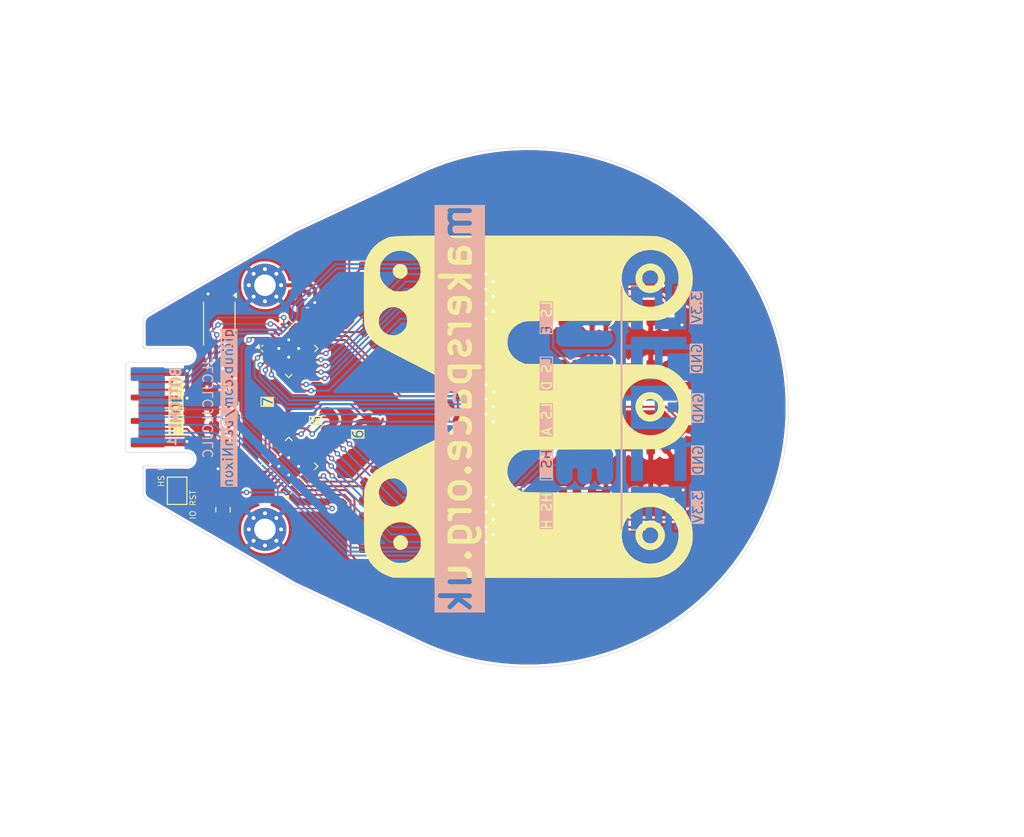
<source format=kicad_pcb>
(kicad_pcb (version 20240108) (generator "pcbnew") (generator_version "8.0")
  (layers (0 "F.Cu" signal) (31 "B.Cu" signal) (34 "B.Paste" user) (35 "F.Paste" user) (36 "B.SilkS" user "B.Silkscreen") (37 "F.SilkS" user "F.Silkscreen") (38 "B.Mask" user) (39 "F.Mask" user) (44 "Edge.Cuts" user))
  (net 0 "")
  (net 1 "GND")
  (net 2 "+3V3")
  (net 3 "/SDA")
  (net 4 "/SCL")
  (net 6 "/IO0_P0_2")
  (net 7 "/IO0_P1_6")
  (net 8 "/IO0_P1_5")
  (net 9 "/IO0_P0_6")
  (net 10 "/IO0_P1_1")
  (net 11 "/IO0_P1_4")
  (net 12 "/IO0_P0_7")
  (net 13 "/IO0_P0_5")
  (net 14 "/IO0_P1_7")
  (net 15 "/IO0_P1_2")
  (net 16 "/IO0_P0_3")
  (net 17 "/IO0_P1_3")
  (net 18 "/IO0_P0_4")
  (net 19 "/IO0_P0_0")
  (net 20 "/IO0_P1_0")
  (net 21 "/IO0_P0_1")
  (net 22 "/IO1_P0_6")
  (net 23 "/IO1_P1_5")
  (net 24 "/IO1_P0_0")
  (net 25 "/IO1_P0_4")
  (net 26 "/IO1_P1_0")
  (net 27 "/IO1_P1_3")
  (net 28 "/IO1_P0_3")
  (net 29 "/IO1_P1_2")
  (net 30 "/IO1_P0_7")
  (net 31 "/IO1_P0_5")
  (net 32 "/IO1_P0_2")
  (net 33 "/IO1_P1_6")
  (net 34 "/IO1_P0_1")
  (net 36 "/IO1_P1_1")
  (net 37 "/IO1_P1_7")
  (net 38 "/IO1_P1_4")
  (net 39 "/IO_RST")
  (net 40 "/HEX_LS_E")
  (net 41 "/HEX_HS_H")
  (net 42 "/HEX_LS_B")
  (net 43 "/HEX_HS_G")
  (net 44 "/HEX_LS_D")
  (net 45 "/HEX_HS_F")
  (net 46 "/HEX_LS_A")
  (net 47 "/HEX_HS_I")
  (net 48 "/HEX_LS_C")
  (footprint "hexpansion:LED_0603_1608Metric_NoSilkscreen" (layer "F.Cu") (at 128.9 96.2 -30)
    (property "Reference" "D2")
    (property "Value" "LED")
  )
  (footprint "makerspace-badge:duck-test-pad" (layer "F.Cu") (at 118.999 101.346 130)
    (property "Reference" "TP2" (hide yes))
    (property "Value" "TestPoint" (hide yes))
  )
  (footprint "Jumper:SolderJumper-2_P1.3mm_Open_TrianglePad1.0x1.5mm" (layer "F.Cu") (at 103.505 108.548 -90)
    (property "Reference" "JP1" (hide yes))
    (property "Value" "SolderJumper_2_Open")
  )
  (footprint "hexpansion:LED_0603_1608Metric_NoSilkscreen" (layer "F.Cu") (at 142.2875 82.5)
    (property "Reference" "D13")
    (property "Value" "LED")
  )
  (footprint "hexpansion:LED_0603_1608Metric_NoSilkscreen" (layer "F.Cu") (at 148.2125 108.8 180)
    (property "Reference" "D45")
    (property "Value" "LED")
  )
  (footprint "tildagon:hexpansion-edge-connector" (layer "F.Cu") (at 98.25 100)
    (property "Reference" "J1" (hide yes))
    (property "Value" "Hexpansion-Connector" (hide yes))
    (fp_line (start 0 4.4) (end 0 -4.4) (stroke (width 0.05)) (layer "Edge.Cuts"))
    (fp_line (start 6.25 -6) (end 2 -6) (stroke (width 0.05)) (layer "Edge.Cuts"))
    (fp_line (start 6.25 -4.6) (end 0.2 -4.6) (stroke (width 0.05)) (layer "Edge.Cuts"))
    (fp_line (start 6.25 4.6) (end 0.2 4.6) (stroke (width 0.05)) (layer "Edge.Cuts"))
    (fp_line (start 6.25 6) (end 2 6) (stroke (width 0.05)) (layer "Edge.Cuts"))
    (fp_arc (start 0 -4.4) (mid 0.058579 -4.541421) (end 0.2 -4.6) (stroke (width 0.05)) (layer "Edge.Cuts"))
    (fp_arc (start 0.2 4.6) (mid 0.058579 4.541421) (end 0 4.4) (stroke (width 0.05)) (layer "Edge.Cuts"))
    (fp_arc (start 6.25 -6) (mid 6.744975 -5.794975) (end 6.95 -5.3) (stroke (width 0.05)) (layer "Edge.Cuts"))
    (fp_arc (start 6.25 4.6) (mid 6.744975 4.805025) (end 6.95 5.3) (stroke (width 0.05)) (layer "Edge.Cuts"))
    (fp_arc (start 6.95 -5.3) (mid 6.744975 -4.805025) (end 6.25 -4.6) (stroke (width 0.05)) (layer "Edge.Cuts"))
    (fp_arc (start 6.95 5.3) (mid 6.744975 5.794975) (end 6.25 6) (stroke (width 0.05)) (layer "Edge.Cuts"))
  )
  (footprint "hexpansion:LED_0603_1608Metric_NoSilkscreen" (layer "F.Cu") (at 151.2125 91.2)
    (property "Reference" "D21")
    (property "Value" "LED")
  )
  (footprint "hexpansion:LED_0603_1608Metric_NoSilkscreen" (layer "F.Cu") (at 133.2875 117.5)
    (property "Reference" "D57")
    (property "Value" "LED")
  )
  (footprint "hexpansion:LED_0603_1608Metric_NoSilkscreen" (layer "F.Cu") (at 145.2125 95.6)
    (property "Reference" "D29")
    (property "Value" "LED")
  )
  (footprint "Package_DFN_QFN:QFN-24-1EP_4x4mm_P0.5mm_EP2.7x2.6mm" (layer "F.Cu") (at 114.935 106.045 135)
    (property "Reference" "U3" (hide yes))
    (property "Value" "AW9523B")
  )
  (footprint "makerspace-badge:duck-test-pad" (layer "F.Cu") (at 113.057447 100.865447 45)
    (property "Reference" "TP3" (hide yes))
    (property "Value" "TestPoint" (hide yes))
  )
  (footprint "makerspace-badge:m" (layer "F.Cu") (at 139.446 99.949 90)
    (property "Reference" "G***" (hide yes))
    (property "Value" "MS Logo" (hide yes))
  )
  (footprint "hexpansion:LED_0603_1608Metric_NoSilkscreen" (layer "F.Cu") (at 156.083 85.471 -70)
    (property "Reference" "D18")
    (property "Value" "LED")
  )
  (footprint "hexpansion:LED_0603_1608Metric_NoSilkscreen" (layer "F.Cu") (at 137 93.3875 -90)
    (property "Reference" "D26")
    (property "Value" "LED")
  )
  (footprint "hexpansion:LED_0603_1608Metric_NoSilkscreen" (layer "F.Cu") (at 151.2125 108.8)
    (property "Reference" "D46")
    (property "Value" "LED")
  )
  (footprint "hexpansion:LED_0603_1608Metric_NoSilkscreen" (layer "F.Cu") (at 156.093083 114.624692 70)
    (property "Reference" "D49")
    (property "Value" "LED")
  )
  (footprint "hexpansion:LED_0603_1608Metric_NoSilkscreen" (layer "F.Cu") (at 151.2125 104.4)
    (property "Reference" "D36")
    (property "Value" "LED")
  )
  (footprint "Resistor_SMD:R_0805_2012Metric" (layer "F.Cu") (at 108.204 100.076)
    (property "Reference" "R2" (hide yes))
    (property "Value" "4k7")
  )
  (footprint "hexpansion:LED_0603_1608Metric_NoSilkscreen" (layer "F.Cu") (at 122.6 110.4 -90)
    (property "Reference" "D62")
    (property "Value" "LED")
  )
  (footprint "hexpansion:LED_0603_1608Metric_NoSilkscreen" (layer "F.Cu") (at 145.2875 117.5 180)
    (property "Reference" "D53")
    (property "Value" "LED")
  )
  (footprint "hexpansion:LED_0603_1608Metric_NoSilkscreen" (layer "F.Cu") (at 136.2875 82.5 180)
    (property "Reference" "D11")
    (property "Value" "LED")
  )
  (footprint "hexpansion:LED_0603_1608Metric_NoSilkscreen" (layer "F.Cu") (at 156.083 101.473 70)
    (property "Reference" "D34")
    (property "Value" "LED")
  )
  (footprint "hexpansion:LED_0603_1608Metric_NoSilkscreen" (layer "F.Cu") (at 131.8 98.2 125)
    (property "Reference" "D1")
    (property "Value" "LED")
  )
  (footprint "hexpansion:LED_0603_1608Metric_NoSilkscreen" (layer "F.Cu") (at 123.2 92.9 -50)
    (property "Reference" "D4")
    (property "Value" "LED")
  )
  (footprint "hexpansion:LED_0603_1608Metric_NoSilkscreen" (layer "F.Cu") (at 148.2125 104.4 180)
    (property "Reference" "D37")
    (property "Value" "LED")
  )
  (footprint "Package_SO:TSSOP-8_4.4x3mm_P0.65mm" (layer "F.Cu") (at 107.823 91.4375 -90)
    (property "Reference" "U1" (hide yes))
    (property "Value" "ZD24C64A")
  )
  (footprint "hexpansion:LED_0603_1608Metric_NoSilkscreen" (layer "F.Cu") (at 151.2125 95.6)
    (property "Reference" "D31")
    (property "Value" "LED")
  )
  (footprint "MountingHole:MountingHole_2.2mm_M2_Pad_Via" (layer "F.Cu") (at 112.5 87.5)
    (property "Reference" "H2" (hide yes))
    (property "Value" "MountingHole_Pad")
  )
  (footprint "hexpansion:LED_0603_1608Metric_NoSilkscreen" (layer "F.Cu") (at 148.2875 117.5 180)
    (property "Reference" "D52")
    (property "Value" "LED")
  )
  (footprint "hexpansion:LED_0603_1608Metric_NoSilkscreen" (layer "F.Cu") (at 142.2125 95.6 180)
    (property "Reference" "D28")
    (property "Value" "LED")
  )
  (footprint "Capacitor_SMD:C_0603_1608Metric" (layer "F.Cu") (at 116.853 89.281)
    (property "Reference" "C1" (hide yes))
    (property "Value" "1uF")
  )
  (footprint "hexpansion:LED_0603_1608Metric_NoSilkscreen" (layer "F.Cu") (at 139.2125 108.8)
    (property "Reference" "D42")
    (property "Value" "LED")
  )
  (footprint "hexpansion:LED_0603_1608Metric_NoSilkscreen" (layer "F.Cu") (at 139.2125 95.6)
    (property "Reference" "D27")
    (property "Value" "LED")
  )
  (footprint "hexpansion:LED_0603_1608Metric_NoSilkscreen" (layer "F.Cu") (at 145.2125 91.2)
    (property "Reference" "D23")
    (property "Value" "LED")
  )
  (footprint "hexpansion:LED_0603_1608Metric_NoSilkscreen" (layer "F.Cu") (at 122.6 89.6 90)
    (property "Reference" "D5")
    (property "Value" "LED")
  )
  (footprint "hexpansion:LED_0603_1608Metric_NoSilkscreen" (layer "F.Cu") (at 154.178 96.266 145)
    (property "Reference" "D32")
    (property "Value" "LED")
  )
  (footprint "hexpansion:LED_0603_1608Metric_NoSilkscreen" (layer "F.Cu") (at 151.2875 82.5)
    (property "Reference" "D16")
    (property "Value" "LED")
  )
  (footprint "hexpansion:LED_0603_1608Metric_NoSilkscreen" (layer "F.Cu") (at 137 106.5875 -90)
    (property "Reference" "D41")
    (property "Value" "LED")
  )
  (footprint "hexpansion:LED_0603_1608Metric_NoSilkscreen" (layer "F.Cu") (at 154.188083 109.417692 145)
    (property "Reference" "D47")
    (property "Value" "LED")
  )
  (footprint "Resistor_SMD:R_0805_2012Metric" (layer "F.Cu") (at 108.204 110.49 90)
    (property "Reference" "R3" (hide yes))
    (property "Value" "4k7")
  )
  (footprint "hexpansion:LED_0603_1608Metric_NoSilkscreen" (layer "F.Cu") (at 126 105.293751 -150)
    (property "Reference" "D64")
    (property "Value" "LED")
  )
  (footprint "hexpansion:LED_0603_1608Metric_NoSilkscreen" (layer "F.Cu") (at 148.2125 95.6 180)
    (property "Reference" "D30")
    (property "Value" "LED")
  )
  (footprint "hexpansion:LED_0603_1608Metric_NoSilkscreen" (layer "F.Cu") (at 154.178 83.185 145)
    (property "Reference" "D17")
    (property "Value" "LED")
  )
  (footprint "hexpansion:LED_0603_1608Metric_NoSilkscreen" (layer "F.Cu") (at 127.2875 82.5 180)
    (property "Reference" "D8")
    (property "Value" "LED")
  )
  (footprint "hexpansion:LED_0603_1608Metric_NoSilkscreen" (layer "F.Cu") (at 124 83.3 45)
    (property "Reference" "D7")
    (property "Value" "LED")
  )
  (footprint "hexpansion:LED_0603_1608Metric_NoSilkscreen" (layer "F.Cu") (at 122.6 86.3 -90)
    (property "Reference" "D6")
    (property "Value" "LED")
  )
  (footprint "hexpansion:LED_0603_1608Metric_NoSilkscreen" (layer "F.Cu") (at 145.2125 104.4)
    (property "Reference" "D38")
    (property "Value" "LED")
  )
  (footprint "Capacitor_SMD:C_0603_1608Metric" (layer "F.Cu") (at 108.445 106.299 180)
    (property "Reference" "C2" (hide yes))
    (property "Value" "1uF")
  )
  (footprint "hexpansion:LED_0603_1608Metric_NoSilkscreen" (layer "F.Cu") (at 130.2875 117.5 180)
    (property "Reference" "D58")
    (property "Value" "LED")
  )
  (footprint "Resistor_SMD:R_0805_2012Metric" (layer "F.Cu") (at 108.204 102.108)
    (property "Reference" "R1" (hide yes))
    (property "Value" "4k7")
  )
  (footprint "hexpansion:LED_0603_1608Metric_NoSilkscreen" (layer "F.Cu") (at 139.2125 91.2)
    (property "Reference" "D25")
    (property "Value" "LED")
  )
  (footprint "hexpansion:LED_0603_1608Metric_NoSilkscreen" (layer "F.Cu") (at 142.2125 104.4 180)
    (property "Reference" "D39")
    (property "Value" "LED")
  )
  (footprint "hexpansion:LED_0603_1608Metric_NoSilkscreen" (layer "F.Cu") (at 128.9 103.9 30)
    (property "Reference" "D65")
    (property "Value" "LED")
  )
  (footprint "hexpansion:LED_0603_1608Metric_NoSilkscreen" (layer "F.Cu") (at 131.8 101.9 -125)
    (property "Reference" "D66")
    (property "Value" "LED")
  )
  (footprint "hexpansion:LED_0603_1608Metric_NoSilkscreen" (layer "F.Cu") (at 139.2125 104.4)
    (property "Reference" "D40")
    (property "Value" "LED")
  )
  (footprint "hexpansion:LED_0603_1608Metric_NoSilkscreen" (layer "F.Cu") (at 154.178 90.678 -145)
    (property "Reference" "D20")
    (property "Value" "LED")
  )
  (footprint "hexpansion:LED_0603_1608Metric_NoSilkscreen" (layer "F.Cu") (at 139.2875 82.5 180)
    (property "Reference" "D12")
    (property "Value" "LED")
  )
  (footprint "makerspace-badge:rabbit-test-pad" (layer "F.Cu") (at 123.571 101.989 90)
    (property "Reference" "TP1" (hide yes))
    (property "Value" "TestPoint" (hide yes))
  )
  (footprint "hexpansion:LED_0603_1608Metric_NoSilkscreen" (layer "F.Cu") (at 145.2875 82.5 180)
    (property "Reference" "D14")
    (property "Value" "LED")
  )
  (footprint "hexpansion:LED_0603_1608Metric_NoSilkscreen" (layer "F.Cu") (at 156.083 98.552 -70)
    (property "Reference" "D33")
    (property "Value" "LED")
  )
  (footprint "hexpansion:LED_0603_1608Metric_NoSilkscreen" (layer "F.Cu") (at 156.093083 111.703692 -70)
    (property "Reference" "D48")
    (property "Value" "LED")
  )
  (footprint "hexpansion:LED_0603_1608Metric_NoSilkscreen" (layer "F.Cu") (at 142.2875 117.5)
    (property "Reference" "D54")
    (property "Value" "LED")
  )
  (footprint "hexpansion:LED_0603_1608Metric_NoSilkscreen" (layer "F.Cu") (at 122.6 113.7 90)
    (property "Reference" "D61")
    (property "Value" "LED")
  )
  (footprint "Package_DFN_QFN:QFN-24-1EP_4x4mm_P0.5mm_EP2.7x2.6mm" (layer "F.Cu") (at 114.935 93.98 45)
    (property "Reference" "U2" (hide yes))
    (property "Value" "AW9523B")
  )
  (footprint "hexpansion:LED_0603_1608Metric_NoSilkscreen" (layer "F.Cu") (at 126 94.7 150)
    (property "Reference" "D3")
    (property "Value" "LED")
  )
  (footprint "hexpansion:LED_0603_1608Metric_NoSilkscreen" (layer "F.Cu") (at 136.2875 117.5 180)
    (property "Reference" "D56")
    (property "Value" "LED")
  )
  (footprint "hexpansion:LED_0603_1608Metric_NoSilkscreen" (layer "F.Cu") (at 123.3 107.1 50)
    (property "Reference" "D63")
    (property "Value" "LED")
  )
  (footprint "hexpansion:LED_0603_1608Metric_NoSilkscreen" (layer "F.Cu") (at 154.178 103.759 -145)
    (property "Reference" "D35")
    (property "Value" "LED")
  )
  (footprint "hexpansion:LED_0603_1608Metric_NoSilkscreen" (layer "F.Cu") (at 130.2875 82.5 180)
    (property "Reference" "D9")
    (property "Value" "LED")
  )
  (footprint "hexpansion:LED_0603_1608Metric_NoSilkscreen" (layer "F.Cu") (at 133.2875 82.5)
    (property "Reference" "D10")
    (property "Value" "LED")
  )
  (footprint "hexpansion:LED_0603_1608Metric_NoSilkscreen" (layer "F.Cu") (at 154.178 116.967 -145)
    (property "Reference" "D50")
    (property "Value" "LED")
  )
  (footprint "hexpansion:LED_0603_1608Metric_NoSilkscreen" (layer "F.Cu") (at 139.2875 117.5 180)
    (property "Reference" "D55")
    (property "Value" "LED")
  )
  (footprint "MountingHole:MountingHole_2.2mm_M2_Pad_Via" (layer "F.Cu") (at 112.5 112.5)
    (property "Reference" "H1" (hide yes))
    (property "Value" "MountingHole_Pad")
  )
  (footprint "hexpansion:LED_0603_1608Metric_NoSilkscreen" (layer "F.Cu") (at 151.2875 117.5)
    (property "Reference" "D51")
    (property "Value" "LED")
  )
  (footprint "hexpansion:LED_0603_1608Metric_NoSilkscreen" (layer "F.Cu") (at 145.2125 108.8)
    (property "Reference" "D44")
    (property "Value" "LED")
  )
  (footprint "hexpansion:LED_0603_1608Metric_NoSilkscreen" (layer "F.Cu") (at 148.2875 82.5 180)
    (property "Reference" "D15")
    (property "Value" "LED")
  )
  (footprint "hexpansion:LED_0603_1608Metric_NoSilkscreen" (layer "F.Cu") (at 142.2125 108.8 180)
    (property "Reference" "D43")
    (property "Value" "LED")
  )
  (footprint "hexpansion:LED_0603_1608Metric_NoSilkscreen" (layer "F.Cu") (at 148.2125 91.2 180)
    (property "Reference" "D22")
    (property "Value" "LED")
  )
  (footprint "hexpansion:LED_0603_1608Metric_NoSilkscreen" (layer "F.Cu") (at 156.083 88.392 70)
    (property "Reference" "D19")
    (property "Value" "LED")
  )
  (footprint "hexpansion:LED_0603_1608Metric_NoSilkscreen" (layer "F.Cu") (at 127.2875 117.5 180)
    (property "Reference" "D59")
    (property "Value" "LED")
  )
  (footprint "hexpansion:LED_0603_1608Metric_NoSilkscreen" (layer "F.Cu") (at 124 116.7 -45)
    (property "Reference" "D60")
    (property "Value" "LED")
  )
  (footprint "hexpansion:LED_0603_1608Metric_NoSilkscreen" (layer "F.Cu") (at 142.2125 91.2 180)
    (property "Reference" "D24")
    (property "Value" "LED")
  )
  (footprint "makerspace-badge:Maker Space Pads Logo" (layer "B.Cu") (at 148.971 100.076 -90)
    (property "Reference" "G1" (hide yes))
    (property "Value" "Maker Space Pads Logo" (hide yes))
  )
  (gr_line (start 100.5 90.473725) (end 115.499995 81.813472) (stroke (width 0.05)) (layer "Edge.Cuts"))
  (gr_arc (start 100.25 94) (mid 100.073223 93.926777) (end 100 93.75) (stroke (width 0.1)) (layer "Edge.Cuts"))
  (gr_line (start 100.5 109.526269) (end 115.499995 118.186522) (stroke (width 0.05)) (layer "Edge.Cuts"))
  (gr_line (start 115.499995 118.186522) (end 129.094612 124.525796) (stroke (width 0.05)) (layer "Edge.Cuts"))
  (gr_line (start 100 93.75) (end 100 91.33975) (stroke (width 0.05)) (layer "Edge.Cuts"))
  (gr_arc (start 100 91.33975) (mid 100.133975 90.83975) (end 100.5 90.473725) (stroke (width 0.05)) (layer "Edge.Cuts"))
  (gr_line (start 100 106.25) (end 100 108.660243) (stroke (width 0.05)) (layer "Edge.Cuts"))
  (gr_arc (start 129.094612 75.474198) (mid 166.099064 99.999997) (end 129.094612 124.525796) (stroke (width 0.05)) (layer "Edge.Cuts"))
  (gr_arc (start 100 106.25) (mid 100.073223 106.073223) (end 100.25 106) (stroke (width 0.1)) (layer "Edge.Cuts"))
  (gr_arc (start 100.5 109.526269) (mid 100.133975 109.160243) (end 100 108.660243) (stroke (width 0.05)) (layer "Edge.Cuts"))
  (gr_line (start 115.499995 81.813472) (end 129.094612 75.474198) (stroke (width 0.05)) (layer "Edge.Cuts"))
  (gr_text "LS A" (at 141.351 101.219 90) (layer "B.SilkS" knockout) (effects (font (size 1 1)) (justify mirror)))
  (gr_text "GND" (at 156.845 105.41 90) (layer "B.SilkS" knockout) (effects (font (size 1 1)) (justify mirror)))
  (gr_text "HS H" (at 141.351 110.617 90) (layer "B.SilkS" knockout) (effects (font (size 1 1)) (justify mirror)))
  (gr_text "makerspace.org.uk" (at 132.08 100.076 90) (layer "B.SilkS" knockout) (effects (font (size 3 3) (thickness 0.5) (bold yes)) (justify mirror)))
  (gr_text "JLCJLCJLCJLC" (at 106.68 100.076 90) (layer "B.SilkS") (effects (font (size 1 1)) (justify mirror)))
  (gr_text "LS E" (at 141.351 90.805 90) (layer "B.SilkS" knockout) (effects (font (size 1 1)) (justify mirror)))
  (gr_text "github.com/DanNixon" (at 108.712 100.076 90) (layer "B.SilkS" knockout) (effects (font (size 1 1)) (justify mirror)))
  (gr_text "GND" (at 156.845 100.076 90) (layer "B.SilkS" knockout) (effects (font (size 1 1)) (justify mirror)))
  (gr_text "3.3V" (at 156.718 89.789 90) (layer "B.SilkS" knockout) (effects (font (size 1 1)) (justify mirror)))
  (gr_text "HS I" (at 141.351 105.918 90) (layer "B.SilkS" knockout) (effects (font (size 1 1)) (justify mirror)))
  (gr_text "3.3V" (at 156.845 110.236 90) (layer "B.SilkS" knockout) (effects (font (size 1 1)) (justify mirror)))
  (gr_text "GND" (at 156.718 94.996 90) (layer "B.SilkS" knockout) (effects (font (size 1 1)) (justify mirror)))
  (gr_text "LS D" (at 141.351 96.52 90) (layer "B.SilkS" knockout) (effects (font (size 1 1)) (justify mirror)))
  (gr_text "5" (at 117.729 101.346 90) (layer "F.SilkS" knockout) (effects (font (size 1 1))))
  (gr_text "7" (at 112.776 99.441 90) (layer "F.SilkS" knockout) (effects (font (size 1 1))))
  (gr_text "HS I" (at 102.235 107.188 90) (layer "F.SilkS") (effects (font (size 0.6 0.6) (thickness 0.08)) (justify bottom)))
  (gr_text "IO RST" (at 104.775 109.982 90) (layer "F.SilkS") (effects (font (size 0.6 0.6) (thickness 0.08)) (justify top)))
  (gr_text "6" (at 122.047 102.743 90) (layer "F.SilkS" knockout) (effects (font (size 1 1))))
  (segment (start 117.628 87.91) (end 117.218 87.5) (width 0.381) (layer "F.Cu") (net 1))
  (segment (start 104.461 99) (end 104.521 99.06) (width 0.381) (layer "F.Cu") (net 1))
  (segment (start 104.226 103.8) (end 104.521 103.505) (width 0.381) (layer "F.Cu") (net 1))
  (segment (start 117.218 87.5) (end 112.5 87.5) (width 0.381) (layer "F.Cu") (net 1))
  (segment (start 100.5 99) (end 104.461 99) (width 0.381) (layer "F.Cu") (net 1))
  (segment (start 104.187 96.6) (end 104.521 96.266) (width 0.381) (layer "F.Cu") (net 1))
  (segment (start 116.154759 95.553313) (end 115.470446 94.869) (width 0.254) (layer "F.Cu") (net 1))
  (segment (start 104.521 96.266) (end 104.521 99.06) (width 0.381) (layer "F.Cu") (net 1))
  (segment (start 117.628 89.281) (end 117.628 87.91) (width 0.381) (layer "F.Cu") (net 1))
  (segment (start 115.447652 91.699581) (end 115.095915 92.051318) (width 0.254) (layer "F.Cu") (net 1))
  (segment (start 115.095915 92.930085) (end 114.935 93.091) (width 0.254) (layer "F.Cu") (net 1))
  (segment (start 100.5 96.6) (end 104.187 96.6) (width 0.381) (layer "F.Cu") (net 1))
  (segment (start 115.095915 92.051318) (end 115.095915 92.930085) (width 0.254) (layer "F.Cu") (net 1))
  (segment (start 115.951 105.382554) (end 115.951 106.045) (width 0.254) (layer "F.Cu") (net 1))
  (segment (start 115.470446 94.869) (end 114.935 94.869) (width 0.254) (layer "F.Cu") (net 1))
  (segment (start 116.508313 104.825241) (end 115.951 105.382554) (width 0.254) (layer "F.Cu") (net 1))
  (segment (start 100.5 103.8) (end 104.226 103.8) (width 0.381) (layer "F.Cu") (net 1))
  (segment (start 108.148 95.956) (end 108.204 96.012) (width 0.254) (layer "F.Cu") (net 1))
  (segment (start 108.148 94.3) (end 108.148 95.956) (width 0.254) (layer "F.Cu") (net 1))
  (via (at 104.521 99.06) (size 0.56) (drill 0.3) (layers "F.Cu" "B.Cu") (net 1))
  (via (at 114.935 94.869) (size 0.56) (drill 0.3) (layers "F.Cu" "B.Cu") (net 1))
  (via (at 114.935 105.156) (size 0.56) (drill 0.3) (layers "F.Cu" "B.Cu") (net 1))
  (via (at 114.935 106.934) (size 0.56) (drill 0.3) (layers "F.Cu" "B.Cu") (net 1))
  (via (at 106.68 88.392) (size 0.56) (drill 0.3) (layers "F.Cu" "B.Cu") (net 1))
  (via (at 115.951 106.045) (size 0.56) (drill 0.3) (layers "F.Cu" "B.Cu") (net 1))
  (via (at 108.204 96.012) (size 0.56) (drill 0.3) (layers "F.Cu" "B.Cu") (net 1))
  (via (at 113.919 93.98) (size 0.56) (drill 0.3) (layers "F.Cu" "B.Cu") (net 1))
  (via (at 104.521 96.266) (size 0.56) (drill 0.3) (layers "F.Cu" "B.Cu") (net 1))
  (via (at 113.919 106.045) (size 0.56) (drill 0.3) (layers "F.Cu" "B.Cu") (net 1))
  (via (at 115.951 93.98) (size 0.56) (drill 0.3) (layers "F.Cu" "B.Cu") (net 1))
  (via (at 117.602 89.281) (size 0.56) (drill 0.3) (layers "F.Cu" "B.Cu") (net 1))
  (via (at 114.935 93.091) (size 0.56) (drill 0.3) (layers "F.Cu" "B.Cu") (net 1))
  (via (at 107.696 106.299) (size 0.56) (drill 0.3) (layers "F.Cu" "B.Cu") (net 1))
  (via (at 104.521 103.505) (size 0.56) (drill 0.3) (layers "F.Cu" "B.Cu") (net 1))
  (segment (start 104.181 99.4) (end 100.9 99.4) (width 0.381) (layer "B.Cu") (net 1))
  (segment (start 104.455 96.2) (end 100.5 96.2) (width 0.381) (layer "B.Cu") (net 1))
  (segment (start 104.521 99.06) (end 104.181 99.4) (width 0.381) (layer "B.Cu") (net 1))
  (segment (start 104.416 103.4) (end 100.5 103.4) (width 0.381) (layer "B.Cu") (net 1))
  (segment (start 104.521 103.505) (end 104.416 103.4) (width 0.381) (layer "B.Cu") (net 1))
  (segment (start 104.521 96.266) (end 104.455 96.2) (width 0.381) (layer "B.Cu") (net 1))
  (segment (start 112.654581 105.532348) (end 112.644348 105.532348) (width 0.254) (layer "F.Cu") (net 2))
  (segment (start 100.9 100.6) (end 104.378 100.6) (width 0.381) (layer "F.Cu") (net 2))
  (segment (start 100.9 99.8) (end 104.372 99.8) (width 0.381) (layer "F.Cu") (net 2))
  (segment (start 113.715241 92.406687) (end 113.383554 92.075) (width 0.254) (layer "F.Cu") (net 2))
  (segment (start 113.383554 92.075) (end 112.395 92.075) (width 0.254) (layer "F.Cu") (net 2))
  (via (at 155.194 91.567) (size 0.56) (drill 0.3) (layers "F.Cu" "B.Cu") (net 2))
  (via (at 106.553 97.917) (size 0.56) (drill 0.3) (layers "F.Cu" "B.Cu") (net 2))
  (via (at 109.474 97.028) (size 0.56) (drill 0.3) (layers "F.Cu" "B.Cu") (net 2))
  (via (at 155.321 108.458) (size 0.56) (drill 0.3) (layers "F.Cu" "B.Cu") (net 2))
  (segment (start 106.553 97.917) (end 108.585 97.917) (width 0.381) (layer "B.Cu") (net 2))
  (segment (start 108.585 97.917) (end 109.474 97.028) (width 0.381) (layer "B.Cu") (net 2))
  (segment (start 112.751621 107.167719) (end 113.008134 106.911206) (width 0.127) (layer "F.Cu") (net 3))
  (segment (start 107.696 91.567) (end 106.848 92.415) (width 0.127) (layer "F.Cu") (net 3))
  (segment (start 109.1165 103.957903) (end 112.326316 107.167719) (width 0.127) (layer "F.Cu") (net 3))
  (segment (start 114.068794 92.053134) (end 113.48366 91.468) (width 0.127) (layer "F.Cu") (net 3))
  (segment (start 106.848 92.415) (end 106.848 94.3) (width 0.127) (layer "F.Cu") (net 3))
  (segment (start 106.848 96.815) (end 106.848 94.3) (width 0.127) (layer "F.Cu") (net 3))
  (segment (start 109.1165 102.108) (end 109.1165 103.957903) (width 0.127) (layer "F.Cu") (net 3))
  (segment (start 108.0675 101.059) (end 108.0675 98.0345) (width 0.127) (layer "F.Cu") (net 3))
  (segment (start 112.326316 107.167719) (end 112.751621 107.167719) (width 0.127) (layer "F.Cu") (net 3))
  (segment (start 109.1165 102.108) (end 108.0675 101.059) (width 0.127) (layer "F.Cu") (net 3))
  (segment (start 113.48366 91.468) (end 113.073317 91.468) (width 0.127) (layer "F.Cu") (net 3))
  (segment (start 108.0675 98.0345) (end 106.848 96.815) (width 0.127) (layer "F.Cu") (net 3))
  (via (at 107.696 91.567) (size 0.56) (drill 0.3) (layers "F.Cu" "B.Cu") (net 3))
  (via (at 113.073317 91.468) (size 0.56) (drill 0.3) (layers "F.Cu" "B.Cu") (net 3))
  (via (at 109.1165 102.108) (size 0.56) (drill 0.3) (layers "F.Cu" "B.Cu") (net 3))
  (segment (start 100.9 101) (end 108.0085 101) (width 0.127) (layer "B.Cu") (net 3))
  (segment (start 107.795 91.468) (end 107.696 91.567) (width 0.127) (layer "B.Cu") (net 3))
  (segment (start 113.073317 91.468) (end 107.795 91.468) (width 0.127) (layer "B.Cu") (net 3))
  (segment (start 108.0085 101) (end 109.1165 102.108) (width 0.127) (layer "B.Cu") (net 3))
  (segment (start 109.8925 104.1775) (end 112.272652 106.557652) (width 0.127) (layer "F.Cu") (net 4))
  (segment (start 107.498 92.654) (end 107.498 94.3) (width 0.127) (layer "F.Cu") (net 4))
  (segment (start 114.422348 90.809652) (end 114.427 90.805) (width 0.127) (layer "F.Cu") (net 4))
  (segment (start 109.1165 100.076) (end 109.8925 100.852) (width 0.127) (layer "F.Cu") (net 4))
  (segment (start 114.422348 91.699581) (end 114.422348 90.809652) (width 0.127) (layer "F.Cu") (net 4))
  (segment (start 107.498 97.002552) (end 109.1165 98.621052) (width 0.127) (layer "F.Cu") (net 4))
  (segment (start 109.1165 98.621052) (end 109.1165 100.076) (width 0.127) (layer "F.Cu") (net 4))
  (segment (start 107.569 92.583) (end 107.498 92.654) (width 0.127) (layer "F.Cu") (net 4))
  (segment (start 109.8925 100.852) (end 109.8925 104.1775) (width 0.127) (layer "F.Cu") (net 4))
  (segment (start 107.498 94.3) (end 107.498 97.002552) (width 0.127) (layer "F.Cu") (net 4))
  (segment (start 112.272652 106.557652) (end 112.654581 106.557652) (width 0.127) (layer "F.Cu") (net 4))
  (via (at 109.1165 100.076) (size 0.56) (drill 0.3) (layers "F.Cu" "B.Cu") (net 4))
  (via (at 107.569 92.583) (size 0.56) (drill 0.3) (layers "F.Cu" "B.Cu") (net 4))
  (via (at 114.427 90.805) (size 0.56) (drill 0.3) (layers "F.Cu" "B.Cu") (net 4))
  (segment (start 107.1525 91.341874) (end 107.1525 92.1665) (width 0.127) (layer "B.Cu") (net 4))
  (segment (start 107.1525 92.1665) (end 107.569 92.583) (width 0.127) (layer "B.Cu") (net 4))
  (segment (start 107.689374 90.805) (end 107.1525 91.341874) (width 0.127) (layer "B.Cu") (net 4))
  (segment (start 108.9925 100.2) (end 109.1165 100.076) (width 0.127) (layer "B.Cu") (net 4))
  (segment (start 100.9 100.2) (end 108.9925 100.2) (width 0.127) (layer "B.Cu") (net 4))
  (segment (start 114.427 90.805) (end 107.689374 90.805) (width 0.127) (layer "B.Cu") (net 4))
  (segment (start 147.208 89.408) (end 149 91.2) (width 0.2032) (layer "F.Cu") (net 6))
  (segment (start 135.128 89.408) (end 147.208 89.408) (width 0.2032) (layer "F.Cu") (net 6))
  (segment (start 115.447652 96.260419) (end 116.23193 97.044697) (width 0.2032) (layer "F.Cu") (net 6))
  (segment (start 149 91.2) (end 150.425 91.2) (width 0.2032) (layer "F.Cu") (net 6))
  (segment (start 116.23193 97.044697) (end 118.628018 97.044697) (width 0.2032) (layer "F.Cu") (net 6))
  (via (at 118.628018 97.044697) (size 0.56) (drill 0.3) (layers "F.Cu" "B.Cu") (net 6))
  (via (at 135.128 89.408) (size 0.56) (drill 0.3) (layers "F.Cu" "B.Cu") (net 6))
  (segment (start 118.855303 97.044697) (end 118.628018 97.044697) (width 0.2032) (layer "B.Cu") (net 6))
  (segment (start 135.128 89.408) (end 126.492 89.408) (width 0.2032) (layer "B.Cu") (net 6))
  (segment (start 126.492 89.408) (end 118.855303 97.044697) (width 0.2032) (layer "B.Cu") (net 6))
  (segment (start 121.539 86.5735) (end 122.6 85.5125) (width 0.2032) (layer "F.Cu") (net 7))
  (segment (start 123.443153 83.856847) (end 123.443153 84.669347) (width 0.2032) (layer "F.Cu") (net 7))
  (segment (start 123.443153 84.669347) (end 122.6 85.5125) (width 0.2032) (layer "F.Cu") (net 7))
  (segment (start 116.667906 91.89354) (end 120.83146 91.89354) (width 0.2032) (layer "F.Cu") (net 7))
  (segment (start 120.83146 91.89354) (end 121.539 91.186) (width 0.2032) (layer "F.Cu") (net 7))
  (segment (start 116.154759 92.406687) (end 116.667906 91.89354) (width 0.2032) (layer "F.Cu") (net 7))
  (segment (start 121.539 91.186) (end 121.539 86.5735) (width 0.2032) (layer "F.Cu") (net 7))
  (segment (start 122.693805 92.29674) (end 116.971814 92.29674) (width 0.2032) (layer "F.Cu") (net 8))
  (segment (start 116.971814 92.29674) (end 116.508313 92.760241) (width 0.2032) (layer "F.Cu") (net 8))
  (segment (start 122.6 92.202935) (end 122.693805 92.29674) (width 0.2032) (layer "F.Cu") (net 8))
  (segment (start 122.6 90.3875) (end 122.6 92.202935) (width 0.2032) (layer "F.Cu") (net 8))
  (segment (start 117.215419 94.492652) (end 118.740348 94.492652) (width 0.2032) (layer "F.Cu") (net 9))
  (segment (start 140.075 82.5) (end 139.716948 82.5) (width 0.2032) (layer "F.Cu") (net 9))
  (segment (start 140.075 82.5) (end 141.5 82.5) (width 0.2032) (layer "F.Cu") (net 9))
  (segment (start 135.128 86.36) (end 137.075 84.413) (width 0.2032) (layer "F.Cu") (net 9))
  (segment (start 118.740348 94.492652) (end 118.745 94.488) (width 0.2032) (layer "F.Cu") (net 9))
  (segment (start 139.716948 82.5) (end 138.777948 83.439) (width 0.2032) (layer "F.Cu") (net 9))
  (segment (start 137.075 84.413) (end 137.075 83.439) (width 0.2032) (layer "F.Cu") (net 9))
  (segment (start 137.075 83.439) (end 137.075 82.5) (width 0.2032) (layer "F.Cu") (net 9))
  (segment (start 138.777948 83.439) (end 137.075 83.439) (width 0.2032) (layer "F.Cu") (net 9))
  (via (at 118.745 94.488) (size 0.56) (drill 0.3) (layers "F.Cu" "B.Cu") (net 9))
  (via (at 135.128 86.36) (size 0.56) (drill 0.3) (layers "F.Cu" "B.Cu") (net 9))
  (segment (start 135.128 86.36) (end 126.873 86.36) (width 0.2032) (layer "B.Cu") (net 9))
  (segment (start 126.873 86.36) (end 118.745 94.488) (width 0.2032) (layer "B.Cu") (net 9))
  (segment (start 154.823083 96.821416) (end 155.813659 97.811992) (width 0.2032) (layer "F.Cu") (net 10))
  (segment (start 154.438651 99.187) (end 135.128 99.187) (width 0.2032) (layer "F.Cu") (net 10))
  (segment (start 154.823083 96.717692) (end 154.823083 96.821416) (width 0.2032) (layer "F.Cu") (net 10))
  (segment (start 112.196794 95.657546) (end 112.007673 95.657546) (width 0.2032) (layer "F.Cu") (net 10))
  (segment (start 113.008134 94.846206) (end 112.196794 95.657546) (width 0.2032) (layer "F.Cu") (net 10))
  (segment (start 154.438651 99.187) (end 155.813659 97.811992) (width 0.2032) (layer "F.Cu") (net 10))
  (via (at 112.007673 95.657546) (size 0.56) (drill 0.3) (layers "F.Cu" "B.Cu") (net 10))
  (via (at 135.128 99.187) (size 0.56) (drill 0.3) (layers "F.Cu" "B.Cu") (net 10))
  (segment (start 114.803282 99.686) (end 134.629 99.686) (width 0.2032) (layer "B.Cu") (net 10))
  (segment (start 111.967398 95.697821) (end 111.967398 96.850115) (width 0.2032) (layer "B.Cu") (net 10))
  (segment (start 134.629 99.686) (end 135.128 99.187) (width 0.2032) (layer "B.Cu") (net 10))
  (segment (start 112.007673 95.657546) (end 111.967398 95.697821) (width 0.2032) (layer "B.Cu") (net 10))
  (segment (start 111.967398 96.850115) (end 114.803282 99.686) (width 0.2032) (layer "B.Cu") (net 10))
  (segment (start 127.505505 95.09375) (end 128.218005 95.80625) (width 0.2032) (layer "F.Cu") (net 11))
  (segment (start 126.334271 95.441474) (end 123.66908 95.441474) (width 0.2032) (layer "F.Cu") (net 11))
  (segment (start 126.681995 95.09375) (end 126.334271 95.441474) (width 0.2032) (layer "F.Cu") (net 11))
  (segment (start 117.26566 92.71) (end 116.861866 93.113794) (width 0.2032) (layer "F.Cu") (net 11))
  (segment (start 123.66908 95.441474) (end 120.937606 92.71) (width 0.2032) (layer "F.Cu") (net 11))
  (segment (start 126.681995 95.09375) (end 127.505505 95.09375) (width 0.2032) (layer "F.Cu") (net 11))
  (segment (start 120.937606 92.71) (end 117.26566 92.71) (width 0.2032) (layer "F.Cu") (net 11))
  (segment (start 132.251691 98.845082) (end 126.404082 98.845082) (width 0.2032) (layer "F.Cu") (net 12))
  (segment (start 120.6722 93.1132) (end 117.569567 93.1132) (width 0.2032) (layer "F.Cu") (net 12))
  (segment (start 126.404082 98.845082) (end 120.6722 93.1132) (width 0.2032) (layer "F.Cu") (net 12))
  (segment (start 117.569567 93.1132) (end 117.215419 93.467348) (width 0.2032) (layer "F.Cu") (net 12))
  (segment (start 132.251691 98.845082) (end 132.251691 101.254918) (width 0.2032) (layer "F.Cu") (net 12))
  (segment (start 149.075 82.5) (end 148.136 83.439) (width 0.2032) (layer "F.Cu") (net 13))
  (segment (start 118.219181 95.140819) (end 118.237 95.123) (width 0.2032) (layer "F.Cu") (net 13))
  (segment (start 116.861866 94.846206) (end 117.156479 95.140819) (width 0.2032) (layer "F.Cu") (net 13))
  (segment (start 135.89 87.122) (end 142.392 87.122) (width 0.2032) (layer "F.Cu") (net 13))
  (segment (start 148.136 83.439) (end 146.075 83.439) (width 0.2032) (layer "F.Cu") (net 13))
  (segment (start 149.075 82.5) (end 150.5 82.5) (width 0.2032) (layer "F.Cu") (net 13))
  (segment (start 117.156479 95.140819) (end 118.219181 95.140819) (width 0.2032) (layer "F.Cu") (net 13))
  (segment (start 146.075 82.5) (end 146.075 83.439) (width 0.2032) (layer "F.Cu") (net 13))
  (segment (start 142.392 87.122) (end 146.075 83.439) (width 0.2032) (layer "F.Cu") (net 13))
  (via (at 118.237 95.123) (size 0.56) (drill 0.3) (layers "F.Cu" "B.Cu") (net 13))
  (via (at 135.89 87.122) (size 0.56) (drill 0.3) (layers "F.Cu" "B.Cu") (net 13))
  (segment (start 118.932507 95.123) (end 118.237 95.123) (width 0.2032) (layer "B.Cu") (net 13))
  (segment (start 126.933507 87.122) (end 118.932507 95.123) (width 0.2032) (layer "B.Cu") (net 13))
  (segment (start 135.89 87.122) (end 126.933507 87.122) (width 0.2032) (layer "B.Cu") (net 13))
  (segment (start 121.1358 85.065922) (end 124.478322 81.7234) (width 0.2032) (layer "F.Cu") (net 14))
  (segment (start 127.2984 81.7234) (end 128.075 82.5) (width 0.2032) (layer "F.Cu") (net 14))
  (segment (start 120.65 91.44) (end 121.1358 90.9542) (width 0.2032) (layer "F.Cu") (net 14))
  (segment (start 116.41434 91.44) (end 120.65 91.44) (width 0.2032) (layer "F.Cu") (net 14))
  (segment (start 124.478322 81.7234) (end 127.2984 81.7234) (width 0.2032) (layer "F.Cu") (net 14))
  (segment (start 130.273 83.302) (end 131.075 82.5) (width 0.2032) (layer "F.Cu") (net 14))
  (segment (start 128.877 83.302) (end 130.273 83.302) (width 0.2032) (layer "F.Cu") (net 14))
  (segment (start 131.075 82.5) (end 132.5 82.5) (width 0.2032) (layer "F.Cu") (net 14))
  (segment (start 128.075 82.5) (end 128.877 83.302) (width 0.2032) (layer "F.Cu") (net 14))
  (segment (start 121.1358 90.9542) (end 121.1358 85.065922) (width 0.2032) (layer "F.Cu") (net 14))
  (segment (start 115.801206 92.053134) (end 116.41434 91.44) (width 0.2032) (layer "F.Cu") (net 14))
  (segment (start 113.361687 95.199759) (end 112.548998 96.012448) (width 0.2032) (layer "F.Cu") (net 15))
  (segment (start 149 95.6) (end 150.425 95.6) (width 0.2032) (layer "F.Cu") (net 15))
  (segment (start 112.548998 96.012448) (end 112.548998 96.190998) (width 0.2032) (layer "F.Cu") (net 15))
  (segment (start 149 95.6) (end 146.175 98.425) (width 0.2032) (layer "F.Cu") (net 15))
  (segment (start 146.175 98.425) (end 135.89 98.425) (width 0.2032) (layer "F.Cu") (net 15))
  (via (at 112.548998 96.190998) (size 0.56) (drill 0.3) (layers "F.Cu" "B.Cu") (net 15))
  (via (at 135.89 98.425) (size 0.56) (drill 0.3) (layers "F.Cu" "B.Cu") (net 15))
  (segment (start 114.970293 99.2828) (end 134.209693 99.2828) (width 0.2032) (layer "B.Cu") (net 15))
  (segment (start 112.548998 96.190998) (end 112.548998 96.861505) (width 0.2032) (layer "B.Cu") (net 15))
  (segment (start 112.548998 96.861505) (end 114.970293 99.2828) (width 0.2032) (layer "B.Cu") (net 15))
  (segment (start 135.067493 98.425) (end 135.89 98.425) (width 0.2032) (layer "B.Cu") (net 15))
  (segment (start 134.209693 99.2828) (end 135.067493 98.425) (width 0.2032) (layer "B.Cu") (net 15))
  (segment (start 115.801206 95.906866) (end 116.28734 96.393) (width 0.2032) (layer "F.Cu") (net 16))
  (segment (start 154.823083 90.226308) (end 154.823083 90.122584) (width 0.2032) (layer "F.Cu") (net 16))
  (segment (start 135.89 88.646) (end 153.242775 88.646) (width 0.2032) (layer "F.Cu") (net 16))
  (segment (start 154.823083 90.122584) (end 155.813659 89.132008) (width 0.2032) (layer "F.Cu") (net 16))
  (segment (start 153.242775 88.646) (end 154.823083 90.226308) (width 0.2032) (layer "F.Cu") (net 16))
  (segment (start 116.28734 96.393) (end 118.237 96.393) (width 0.2032) (layer "F.Cu") (net 16))
  (via (at 118.237 96.393) (size 0.56) (drill 0.3) (layers "F.Cu" "B.Cu") (net 16))
  (via (at 135.89 88.646) (size 0.56) (drill 0.3) (layers "F.Cu" "B.Cu") (net 16))
  (segment (start 118.93421 96.393) (end 118.237 96.393) (width 0.2032) (layer "B.Cu") (net 16))
  (segment (start 126.68121 88.646) (end 118.93421 96.393) (width 0.2032) (layer "B.Cu") (net 16))
  (segment (start 135.89 88.646) (end 126.68121 88.646) (width 0.2032) (layer "B.Cu") (net 16))
  (segment (start 143 95.6) (end 140.937 97.663) (width 0.2032) (layer "F.Cu") (net 17))
  (segment (start 113.157 96.111554) (end 113.157 96.647) (width 0.2032) (layer "F.Cu") (net 17))
  (segment (start 143 95.6) (end 144.425 95.6) (width 0.2032) (layer "F.Cu") (net 17))
  (segment (start 113.715241 95.553313) (end 113.157 96.111554) (width 0.2032) (layer "F.Cu") (net 17))
  (segment (start 140.937 97.663) (end 135.128 97.663) (width 0.2032) (layer "F.Cu") (net 17))
  (via (at 135.128 97.663) (size 0.56) (drill 0.3) (layers "F.Cu" "B.Cu") (net 17))
  (via (at 113.157 96.647) (size 0.56) (drill 0.3) (layers "F.Cu" "B.Cu") (net 17))
  (segment (start 133.9114 98.8796) (end 135.128 97.663) (width 0.2032) (layer "B.Cu") (net 17))
  (segment (start 115.3896 98.8796) (end 133.9114 98.8796) (width 0.2032) (layer "B.Cu") (net 17))
  (segment (start 113.157 96.647) (end 115.3896 98.8796) (width 0.2032) (layer "B.Cu") (net 17))
  (segment (start 135.128 87.884) (end 152.660651 87.884) (width 0.2032) (layer "F.Cu") (net 18))
  (segment (start 152.660651 87.884) (end 155.813659 84.730992) (width 0.2032) (layer "F.Cu") (net 18))
  (segment (start 117.039556 95.731002) (end 118.693002 95.731002) (width 0.2032) (layer "F.Cu") (net 18))
  (segment (start 154.823083 83.740416) (end 155.813659 84.730992) (width 0.2032) (layer "F.Cu") (net 18))
  (segment (start 116.508313 95.199759) (end 117.039556 95.731002) (width 0.2032) (layer "F.Cu") (net 18))
  (segment (start 154.823083 83.636692) (end 154.823083 83.740416) (width 0.2032) (layer "F.Cu") (net 18))
  (via (at 135.128 87.884) (size 0.56) (drill 0.3) (layers "F.Cu" "B.Cu") (net 18))
  (via (at 118.693002 95.731002) (size 0.56) (drill 0.3) (layers "F.Cu" "B.Cu") (net 18))
  (segment (start 126.873 87.884) (end 119.025998 95.731002) (width 0.2032) (layer "B.Cu") (net 18))
  (segment (start 119.025998 95.731002) (end 118.693002 95.731002) (width 0.2032) (layer "B.Cu") (net 18))
  (segment (start 135.128 87.884) (end 126.873 87.884) (width 0.2032) (layer "B.Cu") (net 18))
  (segment (start 135.128 90.932) (end 135.332 90.932) (width 0.2032) (layer "F.Cu") (net 19))
  (segment (start 138.4 91.2) (end 137 92.6) (width 0.2032) (layer "F.Cu") (net 19))
  (segment (start 137 92.6) (end 136.198 93.402) (width 0.2032) (layer "F.Cu") (net 19))
  (segment (start 135.332 90.932) (end 137 92.6) (width 0.2032) (layer "F.Cu") (net 19))
  (segment (start 137.129 95.6) (end 138.425 95.6) (width 0.2032) (layer "F.Cu") (net 19))
  (segment (start 115.443 98.298) (end 117.221 98.298) (width 0.2032) (layer "F.Cu") (net 19))
  (segment (start 136.198 94.669) (end 137.129 95.6) (width 0.2032) (layer "F.Cu") (net 19))
  (segment (start 136.198 93.402) (end 136.198 94.669) (width 0.2032) (layer "F.Cu") (net 19))
  (segment (start 138.425 91.2) (end 138.4 91.2) (width 0.2032) (layer "F.Cu") (net 19))
  (segment (start 113.774181 96.629181) (end 115.443 98.298) (width 0.2032) (layer "F.Cu") (net 19))
  (segment (start 114.068794 95.906866) (end 113.774181 96.201479) (width 0.2032) (layer "F.Cu") (net 19))
  (segment (start 113.774181 96.201479) (end 113.774181 96.629181) (width 0.2032) (layer "F.Cu") (net 19))
  (via (at 135.128 90.932) (size 0.56) (drill 0.3) (layers "F.Cu" "B.Cu") (net 19))
  (via (at 117.221 98.298) (size 0.56) (drill 0.3) (layers "F.Cu" "B.Cu") (net 19))
  (segment (start 118.999 98.298) (end 117.221 98.298) (width 0.2032) (layer "B.Cu") (net 19))
  (segment (start 135.128 90.932) (end 126.365 90.932) (width 0.2032) (layer "B.Cu") (net 19))
  (segment (start 126.365 90.932) (end 118.999 98.298) (width 0.2032) (layer "B.Cu") (net 19))
  (segment (start 112.19434 94.492652) (end 111.741202 94.94579) (width 0.2032) (layer "F.Cu") (net 20))
  (segment (start 154.823083 103.203584) (end 155.813659 102.213008) (width 0.2032) (layer "F.Cu") (net 20))
  (segment (start 135.89 99.949) (end 153.549651 99.949) (width 0.2032) (layer "F.Cu") (net 20))
  (segment (start 154.823083 103.307308) (end 154.823083 103.203584) (width 0.2032) (layer "F.Cu") (net 20))
  (segment (start 112.654581 94.492652) (end 112.19434 94.492652) (width 0.2032) (layer "F.Cu") (net 20))
  (segment (start 153.549651 99.949) (end 155.813659 102.213008) (width 0.2032) (layer "F.Cu") (net 20))
  (via (at 135.89 99.949) (size 0.56) (drill 0.3) (layers "F.Cu" "B.Cu") (net 20))
  (via (at 111.741202 94.94579) (size 0.56) (drill 0.3) (layers "F.Cu" "B.Cu") (net 20))
  (segment (start 111.426073 96.879002) (end 114.676471 100.1294) (width 0.2032) (layer "B.Cu") (net 20))
  (segment (start 111.426073 95.260919) (end 111.426073 96.879002) (width 0.2032) (layer "B.Cu") (net 20))
  (segment (start 114.676471 100.1294) (end 135.7096 100.1294) (width 0.2032) (layer "B.Cu") (net 20))
  (segment (start 111.741202 94.94579) (end 111.426073 95.260919) (width 0.2032) (layer "B.Cu") (net 20))
  (segment (start 135.7096 100.1294) (end 135.89 99.949) (width 0.2032) (layer "B.Cu") (net 20))
  (segment (start 114.422348 96.260419) (end 115.824929 97.663) (width 0.2032) (layer "F.Cu") (net 21))
  (segment (start 143 91.2) (end 144.425 91.2) (width 0.2032) (layer "F.Cu") (net 21))
  (segment (start 135.89 90.17) (end 141.97 90.17) (width 0.2032) (layer "F.Cu") (net 21))
  (segment (start 141.97 90.17) (end 143 91.2) (width 0.2032) (layer "F.Cu") (net 21))
  (segment (start 115.824929 97.663) (end 116.713 97.663) (width 0.2032) (layer "F.Cu") (net 21))
  (via (at 116.713 97.663) (size 0.56) (drill 0.3) (layers "F.Cu" "B.Cu") (net 21))
  (via (at 135.89 90.17) (size 0.56) (drill 0.3) (layers "F.Cu" "B.Cu") (net 21))
  (segment (start 116.713 97.663) (end 118.832222 97.663) (width 0.2032) (layer "B.Cu") (net 21))
  (segment (start 126.325222 90.17) (end 135.89 90.17) (width 0.2032) (layer "B.Cu") (net 21))
  (segment (start 118.832222 97.663) (end 126.325222 90.17) (width 0.2032) (layer "B.Cu") (net 21))
  (segment (start 120.769674 103.370674) (end 121.158 103.759) (width 0.2032) (layer "F.Cu") (net 22))
  (segment (start 136.198 108.746) (end 136.144 108.8) (width 0.2032) (layer "F.Cu") (net 22))
  (segment (start 137 105.8) (end 136.198 106.602) (width 0.2032) (layer "F.Cu") (net 22))
  (segment (start 136.198 106.602) (end 136.198 108.746) (width 0.2032) (layer "F.Cu") (net 22))
  (segment (start 115.841559 103.370674) (end 120.769674 103.370674) (width 0.2032) (layer "F.Cu") (net 22))
  (segment (start 136.144 108.8) (end 135.548 108.8) (width 0.2032) (layer "F.Cu") (net 22))
  (segment (start 138.425 104.4) (end 138.4 104.4) (width 0.2032) (layer "F.Cu") (net 22))
  (segment (start 115.447652 103.764581) (end 115.841559 103.370674) (width 0.2032) (layer "F.Cu") (net 22))
  (segment (start 138.425 108.8) (end 136.144 108.8) (width 0.2032) (layer "F.Cu") (net 22))
  (segment (start 135.548 108.8) (end 135.128 109.22) (width 0.2032) (layer "F.Cu") (net 22))
  (segment (start 138.4 104.4) (end 137 105.8) (width 0.2032) (layer "F.Cu") (net 22))
  (via (at 135.128 109.22) (size 0.56) (drill 0.3) (layers "F.Cu" "B.Cu") (net 22))
  (via (at 121.158 103.759) (size 0.56) (drill 0.3) (layers "F.Cu" "B.Cu") (net 22))
  (segment (start 135.128 109.22) (end 126.619 109.22) (width 0.2032) (layer "B.Cu") (net 22))
  (segment (start 126.619 109.22) (end 121.158 103.759) (width 0.2032) (layer "B.Cu") (net 22))
  (segment (start 113.370981 104.127427) (end 113.370981 103.228809) (width 0.2032) (layer "F.Cu") (net 23))
  (segment (start 113.715241 104.471687) (end 113.370981 104.127427) (width 0.2032) (layer "F.Cu") (net 23))
  (segment (start 115.575184 101.024606) (end 119.382022 101.024606) (width 0.2032) (layer "F.Cu") (net 23))
  (segment (start 113.370981 103.228809) (end 115.575184 101.024606) (width 0.2032) (layer "F.Cu") (net 23))
  (segment (start 117.052677 107.205819) (end 118.3126 107.205819) (width 0.2032) (layer "F.Cu") (net 24))
  (segment (start 116.861866 107.015008) (end 117.052677 107.205819) (width 0.2032) (layer "F.Cu") (net 24))
  (segment (start 135.128 113.792) (end 137.075 115.739) (width 0.2032) (layer "F.Cu") (net 24))
  (segment (start 118.3126 107.205819) (end 118.491 107.027419) (width 0.2032) (layer "F.Cu") (net 24))
  (segment (start 140.075 117.5) (end 141.5 117.5) (width 0.2032) (layer "F.Cu") (net 24))
  (segment (start 116.861866 106.911206) (end 116.861866 107.015008) (width 0.2032) (layer "F.Cu") (net 24))
  (segment (start 140.075 117.5) (end 138.907 116.332) (width 0.2032) (layer "F.Cu") (net 24))
  (segment (start 138.907 116.332) (end 137.075 116.332) (width 0.2032) (layer "F.Cu") (net 24))
  (segment (start 137.075 116.332) (end 137.075 117.5) (width 0.2032) (layer "F.Cu") (net 24))
  (segment (start 137.075 115.739) (end 137.075 116.332) (width 0.2032) (layer "F.Cu") (net 24))
  (via (at 135.128 113.792) (size 0.56) (drill 0.3) (layers "F.Cu" "B.Cu") (net 24))
  (via (at 118.491 107.027419) (size 0.56) (drill 0.3) (layers "F.Cu" "B.Cu") (net 24))
  (segment (start 118.491 107.027419) (end 125.255581 113.792) (width 0.2032) (layer "B.Cu") (net 24))
  (segment (start 125.255581 113.792) (end 135.128 113.792) (width 0.2032) (layer "B.Cu") (net 24))
  (segment (start 116.154759 104.471687) (end 116.449372 104.177074) (width 0.2032) (layer "F.Cu") (net 25))
  (segment (start 119.336517 104.177074) (end 119.913529 104.754086) (width 0.2032) (layer "F.Cu") (net 25))
  (segment (start 149 108.8) (end 147.056 110.744) (width 0.2032) (layer "F.Cu") (net 25))
  (segment (start 147.056 110.744) (end 135.128 110.744) (width 0.2032) (layer "F.Cu") (net 25))
  (segment (start 149 108.8) (end 150.425 108.8) (width 0.2032) (layer "F.Cu") (net 25))
  (segment (start 116.449372 104.177074) (end 119.336517 104.177074) (width 0.2032) (layer "F.Cu") (net 25))
  (via (at 135.128 110.744) (size 0.56) (drill 0.3) (layers "F.Cu" "B.Cu") (net 25))
  (via (at 119.913529 104.754086) (size 0.56) (drill 0.3) (layers "F.Cu" "B.Cu") (net 25))
  (segment (start 135.128 110.744) (end 125.903443 110.744) (width 0.2032) (layer "B.Cu") (net 25))
  (segment (start 125.903443 110.744) (end 119.913529 104.754086) (width 0.2032) (layer "B.Cu") (net 25))
  (segment (start 121.2628 109.5788) (end 121.2628 115.061078) (width 0.2032) (layer "F.Cu") (net 26))
  (segment (start 127.2984 118.2766) (end 128.075 117.5) (width 0.2032) (layer "F.Cu") (net 26))
  (segment (start 115.447652 108.325419) (end 116.088233 108.966) (width 0.2032) (layer "F.Cu") (net 26))
  (segment (start 124.478322 118.2766) (end 127.2984 118.2766) (width 0.2032) (layer "F.Cu") (net 26))
  (segment (start 128.075 117.5) (end 128.877 116.698) (width 0.2032) (layer "F.Cu") (net 26))
  (segment (start 130.273 116.698) (end 131.075 117.5) (width 0.2032) (layer "F.Cu") (net 26))
  (segment (start 128.877 116.698) (end 130.273 116.698) (width 0.2032) (layer "F.Cu") (net 26))
  (segment (start 121.2628 115.061078) (end 124.478322 118.2766) (width 0.2032) (layer "F.Cu") (net 26))
  (segment (start 116.088233 108.966) (end 120.65 108.966) (width 0.2032) (layer "F.Cu") (net 26))
  (segment (start 120.65 108.966) (end 121.2628 109.5788) (width 0.2032) (layer "F.Cu") (net 26))
  (segment (start 131.075 117.5) (end 132.5 117.5) (width 0.2032) (layer "F.Cu") (net 26))
  (segment (start 116.852573 107.609019) (end 121.568575 107.609019) (width 0.2032) (layer "F.Cu") (net 27))
  (segment (start 116.508313 107.264759) (end 116.852573 107.609019) (width 0.2032) (layer "F.Cu") (net 27))
  (segment (start 121.568575 107.609019) (end 124.529594 104.648) (width 0.2032) (layer "F.Cu") (net 27))
  (segment (start 126.681995 104.900001) (end 127.611754 104.900001) (width 0.2032) (layer "F.Cu") (net 27))
  (segment (start 127.611754 104.900001) (end 128.218005 104.29375) (width 0.2032) (layer "F.Cu") (net 27))
  (segment (start 124.529594 104.648) (end 126.429994 104.648) (width 0.2032) (layer "F.Cu") (net 27))
  (segment (start 126.429994 104.648) (end 126.681995 104.900001) (width 0.2032) (layer "F.Cu") (net 27))
  (segment (start 154.833166 109.869384) (end 154.833166 109.973108) (width 0.2032) (layer "F.Cu") (net 28))
  (segment (start 116.861866 105.178794) (end 117.156479 104.884181) (width 0.2032) (layer "F.Cu") (net 28))
  (segment (start 155.823742 110.963684) (end 155.281426 111.506) (width 0.2032) (layer "F.Cu") (net 28))
  (segment (start 154.833166 109.973108) (end 155.823742 110.963684) (width 0.2032) (layer "F.Cu") (net 28))
  (segment (start 117.156479 104.884181) (end 118.974086 104.884181) (width 0.2032) (layer "F.Cu") (net 28))
  (segment (start 118.974086 104.884181) (end 119.325622 105.235717) (width 0.2032) (layer "F.Cu") (net 28))
  (segment (start 155.281426 111.506) (end 135.89 111.506) (width 0.2032) (layer "F.Cu") (net 28))
  (via (at 119.325622 105.235717) (size 0.56) (drill 0.3) (layers "F.Cu" "B.Cu") (net 28))
  (via (at 135.89 111.506) (size 0.56) (drill 0.3) (layers "F.Cu" "B.Cu") (net 28))
  (segment (start 125.595905 111.506) (end 119.325622 105.235717) (width 0.2032) (layer "B.Cu") (net 28))
  (segment (start 135.89 111.506) (end 125.595905 111.506) (width 0.2032) (layer "B.Cu") (net 28))
  (segment (start 122.6 109.6125) (end 122.6 108.077) (width 0.2032) (layer "F.Cu") (net 29))
  (segment (start 122.6 107.897065) (end 122.793805 107.70326) (width 0.2032) (layer "F.Cu") (net 29))
  (segment (start 122.6 108.077) (end 122.6 107.897065) (width 0.2032) (layer "F.Cu") (net 29))
  (segment (start 116.154759 107.618313) (end 116.613446 108.077) (width 0.2032) (layer "F.Cu") (net 29))
  (segment (start 116.613446 108.077) (end 122.6 108.077) (width 0.2032) (layer "F.Cu") (net 29))
  (segment (start 116.199208 102.743) (end 116.205 102.737208) (width 0.2032) (layer "F.Cu") (net 30))
  (segment (start 149 104.4) (end 145.311 100.711) (width 0.2032) (layer "F.Cu") (net 30))
  (segment (start 114.422348 103.764581) (end 115.443929 102.743) (width 0.2032) (layer "F.Cu") (net 30))
  (segment (start 115.443929 102.743) (end 116.199208 102.743) (width 0.2032) (layer "F.Cu") (net 30))
  (segment (start 149 104.4) (end 150.425 104.4) (width 0.2032) (layer "F.Cu") (net 30))
  (segment (start 145.311 100.711) (end 135.128 100.711) (width 0.2032) (layer "F.Cu") (net 30))
  (via (at 135.128 100.711) (size 0.56) (drill 0.3) (layers "F.Cu" "B.Cu") (net 30))
  (via (at 116.205 102.737208) (size 0.56) (drill 0.3) (layers "F.Cu" "B.Cu") (net 30))
  (segment (start 135.128 100.711) (end 118.231208 100.711) (width 0.2032) (layer "B.Cu") (net 30))
  (segment (start 118.231208 100.711) (end 116.205 102.737208) (width 0.2032) (layer "B.Cu") (net 30))
  (segment (start 120.029874 103.773874) (end 120.523 104.267) (width 0.2032) (layer "F.Cu") (net 31))
  (segment (start 143 108.8) (end 144.425 108.8) (width 0.2032) (layer "F.Cu") (net 31))
  (segment (start 115.801206 104.118134) (end 116.145466 103.773874) (width 0.2032) (layer "F.Cu") (net 31))
  (segment (start 116.145466 103.773874) (end 120.029874 103.773874) (width 0.2032) (layer "F.Cu") (net 31))
  (segment (start 143 108.8) (end 141.818 109.982) (width 0.2032) (layer "F.Cu") (net 31))
  (segment (start 141.818 109.982) (end 135.89 109.982) (width 0.2032) (layer "F.Cu") (net 31))
  (via (at 120.523 104.267) (size 0.56) (drill 0.3) (layers "F.Cu" "B.Cu") (net 31))
  (via (at 135.89 109.982) (size 0.56) (drill 0.3) (layers "F.Cu" "B.Cu") (net 31))
  (segment (start 126.238 109.982) (end 120.523 104.267) (width 0.2032) (layer "B.Cu") (net 31))
  (segment (start 135.89 109.982) (end 126.238 109.982) (width 0.2032) (layer "B.Cu") (net 31))
  (segment (start 154.823083 116.365359) (end 155.823742 115.3647) (width 0.2032) (layer "F.Cu") (net 32))
  (segment (start 118.799746 105.532348) (end 119.281154 106.013756) (width 0.2032) (layer "F.Cu") (net 32))
  (segment (start 155.823742 115.3647) (end 152.727042 112.268) (width 0.2032) (layer "F.Cu") (net 32))
  (segment (start 154.823083 116.515308) (end 154.823083 116.365359) (width 0.2032) (layer "F.Cu") (net 32))
  (segment (start 152.727042 112.268) (end 135.128 112.268) (width 0.2032) (layer "F.Cu") (net 32))
  (segment (start 117.215419 105.532348) (end 118.799746 105.532348) (width 0.2032) (layer "F.Cu") (net 32))
  (via (at 119.281154 106.013756) (size 0.56) (drill 0.3) (layers "F.Cu" "B.Cu") (net 32))
  (via (at 135.128 112.268) (size 0.56) (drill 0.3) (layers "F.Cu" "B.Cu") (net 32))
  (segment (start 135.128 112.268) (end 125.535398 112.268) (width 0.2032) (layer "B.Cu") (net 32))
  (segment (start 125.535398 112.268) (end 119.281154 106.013756) (width 0.2032) (layer "B.Cu") (net 32))
  (segment (start 121.259476 99.669476) (end 118.388423 99.669476) (width 0.2032) (layer "F.Cu") (net 33))
  (segment (start 115.405594 100.621406) (end 112.967781 103.059219) (width 0.2032) (layer "F.Cu") (net 33))
  (segment (start 112.967781 103.059219) (end 112.967781 104.431335) (width 0.2032) (layer "F.Cu") (net 33))
  (segment (start 118.388423 99.669476) (end 117.436493 100.621406) (width 0.2032) (layer "F.Cu") (net 33))
  (segment (start 123.571 101.981) (end 121.259476 99.669476) (width 0.2032) (layer "F.Cu") (net 33))
  (segment (start 117.436493 100.621406) (end 115.405594 100.621406) (width 0.2032) (layer "F.Cu") (net 33))
  (segment (start 112.967781 104.431335) (end 113.361687 104.825241) (width 0.2032) (layer "F.Cu") (net 33))
  (segment (start 123.571 102.489) (end 123.571 101.981) (width 0.2032) (layer "F.Cu") (net 33))
  (segment (start 146.09 116.698) (end 146.075 116.713) (width 0.2032) (layer "F.Cu") (net 34))
  (segment (start 118.7984 106.445819) (end 119.38 107.027419) (width 0.2032) (layer "F.Cu") (net 34))
  (segment (start 117.327252 106.445819) (end 118.7984 106.445819) (width 0.2032) (layer "F.Cu") (net 34))
  (segment (start 149.075 117.5) (end 150.5 117.5) (width 0.2032) (layer "F.Cu") (net 34))
  (segment (start 117.215419 106.557652) (end 117.327252 106.445819) (width 0.2032) (layer "F.Cu") (net 34))
  (segment (start 135.89 113.03) (end 142.422 113.03) (width 0.2032) (layer "F.Cu") (net 34))
  (segment (start 148.273 116.698) (end 146.09 116.698) (width 0.2032) (layer "F.Cu") (net 34))
  (segment (start 149.075 117.5) (end 148.273 116.698) (width 0.2032) (layer "F.Cu") (net 34))
  (segment (start 142.422 113.03) (end 146.09 116.698) (width 0.2032) (layer "F.Cu") (net 34))
  (segment (start 146.075 116.713) (end 146.075 117.5) (width 0.2032) (layer "F.Cu") (net 34))
  (via (at 135.89 113.03) (size 0.56) (drill 0.3) (layers "F.Cu" "B.Cu") (net 34))
  (via (at 119.38 107.027419) (size 0.56) (drill 0.3) (layers "F.Cu" "B.Cu") (net 34))
  (segment (start 119.473419 107.027419) (end 125.476 113.03) (width 0.2032) (layer "B.Cu") (net 34))
  (segment (start 125.476 113.03) (end 135.89 113.03) (width 0.2032) (layer "B.Cu") (net 34))
  (segment (start 119.38 107.027419) (end 119.473419 107.027419) (width 0.2032) (layer "B.Cu") (net 34))
  (segment (start 120.7992 108.4802) (end 121.666 109.347) (width 0.2032) (layer "F.Cu") (net 36))
  (segment (start 115.801206 107.971866) (end 116.30954 108.4802) (width 0.2032) (layer "F.Cu") (net 36))
  (segment (start 121.666 113.5535) (end 122.6 114.4875) (width 0.2032) (layer "F.Cu") (net 36))
  (segment (start 121.666 109.347) (end 121.666 113.5535) (width 0.2032) (layer "F.Cu") (net 36))
  (segment (start 123.443153 115.330653) (end 122.6 114.4875) (width 0.2032) (layer "F.Cu") (net 36))
  (segment (start 123.443153 116.143153) (end 123.443153 115.330653) (width 0.2032) (layer "F.Cu") (net 36))
  (segment (start 116.30954 108.4802) (end 120.7992 108.4802) (width 0.2032) (layer "F.Cu") (net 36))
  (segment (start 113.008134 105.178794) (end 112.564581 104.735241) (width 0.2032) (layer "F.Cu") (net 37))
  (segment (start 112.564581 104.735241) (end 112.564581 102.065419) (width 0.2032) (layer "F.Cu") (net 37))
  (segment (start 112.564581 102.065419) (end 113.411 101.219) (width 0.2032) (layer "F.Cu") (net 37))
  (segment (start 114.9786 102.1914) (end 115.014392 102.155608) (width 0.2032) (layer "F.Cu") (net 38))
  (segment (start 113.774181 103.395819) (end 114.9786 102.1914) (width 0.2032) (layer "F.Cu") (net 38))
  (segment (start 115.014392 102.155608) (end 116.7664 102.155608) (width 0.2032) (layer "F.Cu") (net 38))
  (segment (start 113.774181 103.823521) (end 113.774181 103.395819) (width 0.2032) (layer "F.Cu") (net 38))
  (segment (start 143 104.4) (end 140.073 101.473) (width 0.2032) (layer "F.Cu") (net 38))
  (segment (start 143 104.4) (end 144.425 104.4) (width 0.2032) (layer "F.Cu") (net 38))
  (segment (start 114.068794 104.118134) (end 113.774181 103.823521) (width 0.2032) (layer "F.Cu") (net 38))
  (segment (start 140.073 101.473) (end 135.89 101.473) (width 0.2032) (layer "F.Cu") (net 38))
  (segment (start 116.7664 102.155608) (end 117.348 102.737208) (width 0.2032) (layer "F.Cu") (net 38))
  (via (at 117.348 102.737208) (size 0.56) (drill 0.3) (layers "F.Cu" "B.Cu") (net 38))
  (via (at 135.89 101.473) (size 0.56) (drill 0.3) (layers "F.Cu" "B.Cu") (net 38))
  (segment (start 135.89 101.473) (end 118.618 101.473) (width 0.2032) (layer "B.Cu") (net 38))
  (segment (start 117.353792 102.737208) (end 117.348 102.737208) (width 0.2032) (layer "B.Cu") (net 38))
  (segment (start 118.618 101.473) (end 117.353792 102.737208) (width 0.2032) (layer "B.Cu") (net 38))
  (segment (start 114.068794 107.971866) (end 113.812281 108.228379) (width 0.127) (layer "F.Cu") (net 39))
  (segment (start 114.736097 109.5775) (end 115.521597 110.363) (width 0.127) (layer "F.Cu") (net 39))
  (segment (start 108.204 109.5775) (end 113.792 109.5775) (width 0.127) (layer "F.Cu") (net 39))
  (segment (start 111.104719 92.857281) (end 110.871 93.091) (width 0.127) (layer "F.Cu") (net 39))
  (segment (start 103.8095 109.5775) (end 103.505 109.273) (width 0.127) (layer "F.Cu") (net 39))
  (segment (start 113.812281 108.228379) (end 113.812281 109.557219) (width 0.127) (layer "F.Cu") (net 39))
  (segment (start 113.812281 109.557219) (end 113.792 109.5775) (width 0.127) (layer "F.Cu") (net 39))
  (segment (start 113.792 109.5775) (end 114.736097 109.5775) (width 0.127) (layer "F.Cu") (net 39))
  (segment (start 113.008134 93.113794) (end 112.751621 92.857281) (width 0.127) (layer "F.Cu") (net 39))
  (segment (start 115.521597 110.363) (end 119.38 110.363) (width 0.127) (layer "F.Cu") (net 39))
  (segment (start 112.751621 92.857281) (end 111.104719 92.857281) (width 0.127) (layer "F.Cu") (net 39))
  (segment (start 108.204 109.5775) (end 103.8095 109.5775) (width 0.127) (layer "F.Cu") (net 39))
  (via (at 119.38 110.363) (size 0.56) (drill 0.3) (layers "F.Cu" "B.Cu") (net 39))
  (via (at 110.871 93.091) (size 0.56) (drill 0.3) (layers "F.Cu" "B.Cu") (net 39))
  (segment (start 110.105687 101.095313) (end 117.341374 108.331) (width 0.127) (layer "B.Cu") (net 39))
  (segment (start 110.871 93.091) (end 110.105687 93.856313) (width 0.127) (layer "B.Cu") (net 39))
  (segment (start 117.341374 108.331) (end 117.348 108.331) (width 0.127) (layer "B.Cu") (net 39))
  (segment (start 117.348 108.331) (end 119.38 110.363) (width 0.127) (layer "B.Cu") (net 39))
  (segment (start 110.105687 93.856313) (end 110.105687 101.095313) (width 0.127) (layer "B.Cu") (net 39))
  (segment (start 105.4296 103.128645) (end 105.4296 103.69927) (width 0.2032) (layer "F.Cu") (net 41))
  (segment (start 106.68 108.712) (end 110.617 108.712) (width 0.2032) (layer "F.Cu") (net 41))
  (segment (start 105.4296 103.69927) (end 105.937727 104.207398) (width 0.2032) (layer "F.Cu") (net 41))
  (segment (start 104.500956 102.2) (end 105.4296 103.128645) (width 0.2032) (layer "F.Cu") (net 41))
  (segment (start 100.9 102.2) (end 104.500956 102.2) (width 0.2032) (layer "F.Cu") (net 41))
  (segment (start 105.937727 107.969727) (end 106.68 108.712) (width 0.2032) (layer "F.Cu") (net 41))
  (segment (start 105.937727 104.207398) (end 105.937727 107.969727) (width 0.2032) (layer "F.Cu") (net 41))
  (via (at 110.617 108.712) (size 0.56) (drill 0.3) (layers "F.Cu" "B.Cu") (net 41))
  (segment (start 120.897578 115.18) (end 140.367 115.18) (width 0.2032) (layer "B.Cu") (net 41))
  (segment (start 114.61879 108.90121) (end 120.897578 115.18) (width 0.2032) (layer "B.Cu") (net 41))
  (segment (start 114.42958 108.712) (end 114.61879 108.90121) (width 0.2032) (layer "B.Cu") (net 41))
  (segment (start 110.617 108.712) (end 114.42958 108.712) (width 0.2032) (layer "B.Cu") (net 41))
  (segment (start 140.367 115.18) (end 144.721 110.826) (width 0.2032) (layer "B.Cu") (net 41))
  (segment (start 107.388 101.8) (end 108.2776 102.6896) (width 0.2032) (layer "B.Cu") (net 42))
  (segment (start 108.2776 102.6896) (end 109.5476 102.6896) (width 0.2032) (layer "B.Cu") (net 42))
  (segment (start 136.4716 109.8254) (end 145.221 101.076) (width 0.2032) (layer "B.Cu") (net 42))
  (segment (start 136.4716 113.270907) (end 136.4716 109.8254) (width 0.2032) (layer "B.Cu") (net 42))
  (segment (start 135.368907 114.3736) (end 136.4716 113.270907) (width 0.2032) (layer "B.Cu") (net 42))
  (segment (start 109.5476 102.6896) (end 121.2316 114.3736) (width 0.2032) (layer "B.Cu") (net 42))
  (segment (start 121.2316 114.3736) (end 135.368907 114.3736) (width 0.2032) (layer "B.Cu") (net 42))
  (segment (start 100.9 101.8) (end 107.388 101.8) (width 0.2032) (layer "B.Cu") (net 42))
  (segment (start 103.73 98.2) (end 103.759 98.171) (width 0.2032) (layer "F.Cu") (net 43))
  (segment (start 100.9 98.2) (end 103.73 98.2) (width 0.2032) (layer "F.Cu") (net 43))
  (via (at 103.759 98.171) (size 0.56) (drill 0.3) (layers "F.Cu" "B.Cu") (net 43))
  (segment (start 115.824 90.800717) (end 115.824 89.789) (width 0.2032) (layer "B.Cu") (net 43))
  (segment (start 115.824 89.789) (end 119.8346 85.7784) (width 0.2032) (layer "B.Cu") (net 43))
  (segment (start 119.8346 85.7784) (end 135.5624 85.7784) (width 0.2032) (layer "B.Cu") (net 43))
  (segment (start 142.000059 92.216059) (end 142.000059 93.855059) (width 0.2032) (layer "B.Cu") (net 43))
  (segment (start 104.013 98.171) (end 109.728 92.456) (width 0.2032) (layer "B.Cu") (net 43))
  (segment (start 109.728 92.456) (end 114.168717 92.456) (width 0.2032) (layer "B.Cu") (net 43))
  (segment (start 135.5624 85.7784) (end 142.000059 92.216059) (width 0.2032) (layer "B.Cu") (net 43))
  (segment (start 103.759 98.171) (end 104.013 98.171) (width 0.2032) (layer "B.Cu") (net 43))
  (segment (start 142.000059 93.855059) (end 144.471 96.326) (width 0.2032) (layer "B.Cu") (net 43))
  (segment (start 114.168717 92.456) (end 115.824 90.800717) (width 0.2032) (layer "B.Cu") (net 43))
  (segment (start 100.9 97.8) (end 102.092814 97.8) (width 0.2032) (layer "B.Cu") (net 44))
  (segment (start 100.9 97.4) (end 103.75 97.4) (width 0.2032) (layer "F.Cu") (net 45))
  (segment (start 103.75 97.4) (end 103.759 97.409) (width 0.2032) (layer "F.Cu") (net 45))
  (via (at 103.759 97.409) (size 0.56) (drill 0.3) (layers "F.Cu" "B.Cu") (net 45))
  (segment (start 109.559907 92.0496) (end 114.004907 92.0496) (width 0.2032) (layer "B.Cu") (net 45))
  (segment (start 115.316 89.72679) (end 119.69879 85.344) (width 0.2032) (layer "B.Cu") (net 45))
  (segment (start 115.316 90.738507) (end 115.316 89.72679) (width 0.2032) (layer "B.Cu") (net 45))
  (segment (start 119.69879 85.344) (end 139.739 85.344) (width 0.2032) (layer "B.Cu") (net 45))
  (segment (start 114.004907 92.0496) (end 115.316 90.738507) (width 0.2032) (layer "B.Cu") (net 45))
  (segment (start 103.759 97.409) (end 104.200507 97.409) (width 0.2032) (layer "B.Cu") (net 45))
  (segment (start 139.739 85.344) (end 143.221 88.826) (width 0.2032) (layer "B.Cu") (net 45))
  (segment (start 104.200507 97.409) (end 109.559907 92.0496) (width 0.2032) (layer "B.Cu") (net 45))
  (segment (start 121.064589 114.7768) (end 135.535917 114.7768) (width 0.2032) (layer "B.Cu") (net 46))
  (segment (start 100.9 102.6) (end 100.9896 102.6896) (width 0.2032) (layer "B.Cu") (net 46))
  (segment (start 100.9 102.6) (end 107.426 102.6) (width 0.2032) (layer "B.Cu") (net 46))
  (segment (start 145.221 106.232) (end 145.221 106.326) (width 0.2032) (layer "B.Cu") (net 46))
  (segment (start 107.426 102.6) (end 107.95 103.124) (width 0.2032) (layer "B.Cu") (net 46))
  (segment (start 141.097 105.918) (end 144.907 105.918) (width 0.2032) (layer "B.Cu") (net 46))
  (segment (start 137.033 109.982) (end 141.097 105.918) (width 0.2032) (layer "B.Cu") (net 46))
  (segment (start 137.033 113.279717) (end 137.033 109.982) (width 0.2032) (layer "B.Cu") (net 46))
  (segment (start 144.907 105.918) (end 145.221 106.232) (width 0.2032) (layer "B.Cu") (net 46))
  (segment (start 135.535917 114.7768) (end 137.033 113.279717) (width 0.2032) (layer "B.Cu") (net 46))
  (segment (start 107.95 103.124) (end 109.41179 103.124) (width 0.2032) (layer "B.Cu") (net 46))
  (segment (start 109.41179 103.124) (end 121.064589 114.7768) (width 0.2032) (layer "B.Cu") (net 46))
  (segment (start 105.572627 105.755373) (end 103.505 107.823) (width 0.127) (layer "F.Cu") (net 47))
  (segment (start 100.9385 102.9615) (end 104.746126 102.9615) (width 0.127) (layer "F.Cu") (net 47))
  (segment (start 100.9 103) (end 100.9385 102.9615) (width 0.127) (layer "F.Cu") (net 47))
  (segment (start 105.0645 103.8505) (end 105.572627 104.358627) (width 0.127) (layer "F.Cu") (net 47))
  (segment (start 105.0645 103.279874) (end 105.0645 103.8505) (width 0.127) (layer "F.Cu") (net 47))
  (segment (start 105.572627 104.358627) (end 105.572627 105.755373) (width 0.127) (layer "F.Cu") (net 47))
  (segment (start 104.746126 102.9615) (end 105.0645 103.279874) (width 0.127) (layer "F.Cu") (net 47))
  (zone (net 2) (net_name "+3V3") (layer "F.Cu") (connect_pads (clearance 0.25)) (min_thickness 0.25) (fill yes (thermal_gap 0.508) (thermal_bridge_width 0.508))
    (polygon (pts (xy 85.810599 121.79579) (xy 85.810599 82.17179) (xy 156.676599 58.29579) (xy 189.442599 58.42279) (xy 188.934599 143.38579) (xy 154.136599 142.87779)))
  )
  (zone (net 0) (net_name "") (layers "F&B.Cu") (connect_pads (clearance 0)) (min_thickness 0.25)
    (keepout (tracks allowed) (vias allowed) (pads allowed) (copperpour not_allowed) (footprints allowed))
    (fill (thermal_gap 0.5) (thermal_bridge_width 0.5))
    (polygon (pts (xy 98.25 95.01) (xy 104.2 95.01) (xy 104.27 105.08) (xy 98.25 105.1)))
  )
  (zone (net 1) (net_name "GND") (layer "B.Cu") (connect_pads (clearance 0.25)) (min_thickness 0.25) (fill yes (thermal_gap 0.508) (thermal_bridge_width 0.508))
    (polygon (pts (xy 86.614 122.428) (xy 86.614 82.804) (xy 157.48 58.928) (xy 190.246 59.055) (xy 189.738 144.018) (xy 154.94 143.51)))
  )
)
</source>
